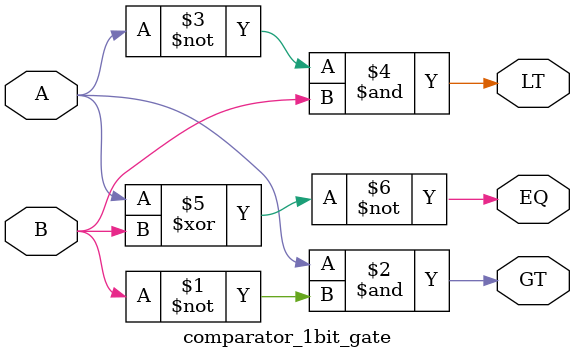
<source format=v>
/********************************************************************************************
Filename    :      comparator_1bit_gate.v
Description :      1-bit Magnitude Comparator RTL
Author Name :      Sajeel Abid Parray
Language    :      Verilog HDL
Project     :      1-bit Magnitude Comparator (Gate level)
Date        :      01-December-2025
*********************************************************************************************/
module comparator_1bit_gate (

input A,B,
output GT,EQ,LT   );

and (GT, A,~B);    //Output GT, inputs A and NOT B, operation AND
and (LT, ~A,B);    //Output LT, inputs NOT A and B, operation AND
xnor (EQ, A,B);    //Output EQ, inputs A and B, operation XNOR

endmodule
</source>
